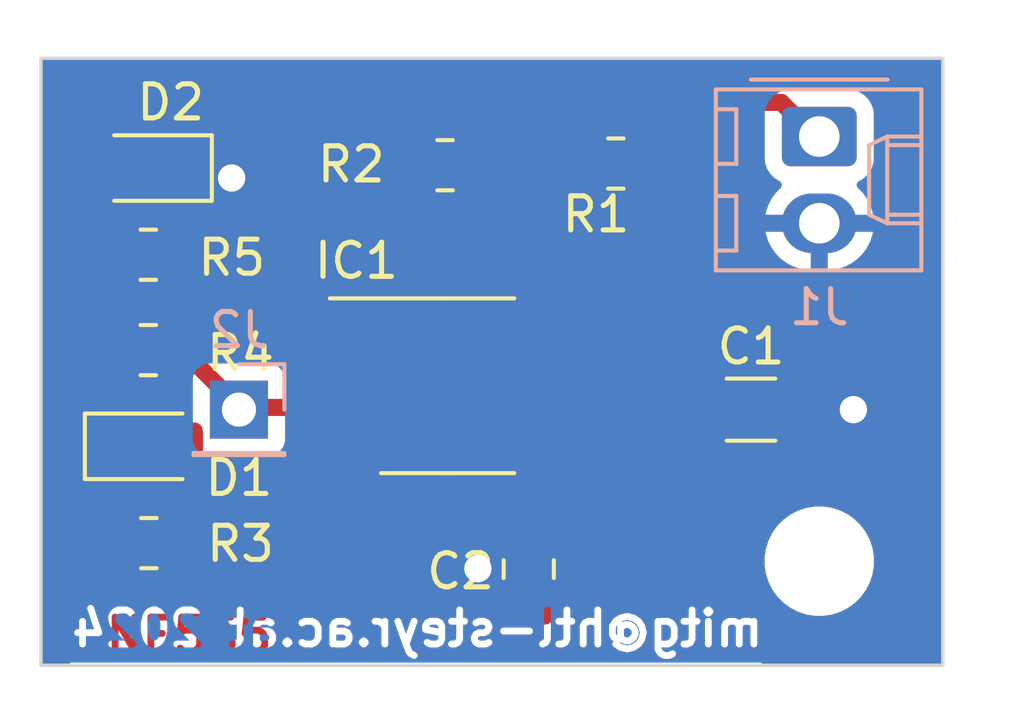
<source format=kicad_pcb>
(kicad_pcb (version 20240108) (generator "pcbnew") (generator_version "8.0")
  (layers (0 "F.Cu" signal) (31 "B.Cu" signal) (34 "B.Paste" user) (35 "F.Paste" user) (36 "B.SilkS" user "B.Silkscreen") (37 "F.SilkS" user "F.Silkscreen") (38 "B.Mask" user) (39 "F.Mask" user) (44 "Edge.Cuts" user))
  (net 0 "")
  (net 1 "Net-(IC1-THR)")
  (net 2 "GNDA")
  (net 3 "Net-(IC1-CV)")
  (net 4 "Net-(D1-K)")
  (net 5 "Net-(D2-A)")
  (net 6 "Net-(IC1-Q)")
  (net 7 "Net-(IC1-R)")
  (net 8 "Net-(IC1-DIS)")
  (net 9 "VDC")
  (footprint "Resistor_SMD:R_0805_2012Metric_Pad1.20x1.40mm_HandSolder" (layer "F.Cu") (at 109.0395 79.7905 180)
    (property "Reference" "R1" (at 0.5815 -1.4895 0) (layer "F.SilkS"))
    (property "Value" "270" (hide yes))
    (fp_line (start -0.227064 0.735) (end 0.227064 0.735) (stroke (width 0.12)) (layer "F.SilkS"))
    (fp_line (start -0.227064 -0.735) (end 0.227064 -0.735) (stroke (width 0.12)) (layer "F.SilkS"))
    (pad "1" smd roundrect (at -1 0 180) (size 1.2 1.4) (layers "F.Cu" "F.Paste" "F.Mask") (roundrect_rratio 0.2083333333) (net 9 "VDC"))
    (pad "2" smd roundrect (at 1 0 180) (size 1.2 1.4) (layers "F.Cu" "F.Paste" "F.Mask") (roundrect_rratio 0.2083333333) (net 8 "Net-(IC1-DIS)"))
  )
  (footprint "Resistor_SMD:R_0805_2012Metric_Pad1.20x1.40mm_HandSolder" (layer "F.Cu") (at 104.0395 79.8405 180)
    (property "Reference" "R2" (at 2.75 0.025 0) (layer "F.SilkS"))
    (property "Value" "120k" (hide yes))
    (fp_line (start -0.227064 0.735) (end 0.227064 0.735) (stroke (width 0.12)) (layer "F.SilkS"))
    (fp_line (start -0.227064 -0.735) (end 0.227064 -0.735) (stroke (width 0.12)) (layer "F.SilkS"))
    (pad "1" smd roundrect (at -1 0 180) (size 1.2 1.4) (layers "F.Cu" "F.Paste" "F.Mask") (roundrect_rratio 0.2083333333) (net 8 "Net-(IC1-DIS)"))
    (pad "2" smd roundrect (at 1 0 180) (size 1.2 1.4) (layers "F.Cu" "F.Paste" "F.Mask") (roundrect_rratio 0.2083333333) (net 1 "Net-(IC1-THR)"))
  )
  (footprint "Package_SO:SOIC-8_3.9x4.9mm_P1.27mm" (layer "F.Cu") (at 104.1145 86.3005)
    (property "Reference" "IC1" (at -2.675 -3.66 0) (layer "F.SilkS"))
    (property "Value" "NE555D" (hide yes))
    (fp_line (start 0 -2.56) (end -3.45 -2.56) (stroke (width 0.12)) (layer "F.SilkS"))
    (fp_line (start 0 -2.56) (end 1.95 -2.56) (stroke (width 0.12)) (layer "F.SilkS"))
    (fp_line (start 0 2.56) (end -1.95 2.56) (stroke (width 0.12)) (layer "F.SilkS"))
    (fp_line (start 0 2.56) (end 1.95 2.56) (stroke (width 0.12)) (layer "F.SilkS"))
    (pad "1" smd roundrect (at -2.475 -1.905) (size 1.95 0.6) (layers "F.Cu" "F.Paste" "F.Mask") (net 2 "GNDA"))
    (pad "2" smd roundrect (at -2.475 -0.635) (size 1.95 0.6) (layers "F.Cu" "F.Paste" "F.Mask") (net 1 "Net-(IC1-THR)"))
    (pad "3" smd roundrect (at -2.475 0.635) (size 1.95 0.6) (layers "F.Cu" "F.Paste" "F.Mask") (net 6 "Net-(IC1-Q)"))
    (pad "4" smd roundrect (at -2.475 1.905) (size 1.95 0.6) (layers "F.Cu" "F.Paste" "F.Mask") (net 7 "Net-(IC1-R)"))
    (pad "5" smd roundrect (at 2.475 1.905) (size 1.95 0.6) (layers "F.Cu" "F.Paste" "F.Mask") (net 3 "Net-(IC1-CV)"))
    (pad "6" smd roundrect (at 2.475 0.635) (size 1.95 0.6) (layers "F.Cu" "F.Paste" "F.Mask") (net 1 "Net-(IC1-THR)"))
    (pad "7" smd roundrect (at 2.475 -0.635) (size 1.95 0.6) (layers "F.Cu" "F.Paste" "F.Mask") (net 8 "Net-(IC1-DIS)"))
    (pad "8" smd roundrect (at 2.475 -1.905) (size 1.95 0.6) (layers "F.Cu" "F.Paste" "F.Mask") (net 9 "VDC"))
  )
  (footprint "Resistor_SMD:R_0805_2012Metric_Pad1.20x1.40mm_HandSolder" (layer "F.Cu") (at 95.3455 85.2565)
    (property "Reference" "R4" (at 2.6985 0.0875 0) (layer "F.SilkS"))
    (property "Value" "270" (hide yes))
    (fp_line (start -0.227064 -0.735) (end 0.227064 -0.735) (stroke (width 0.12)) (layer "F.SilkS"))
    (fp_line (start -0.227064 0.735) (end 0.227064 0.735) (stroke (width 0.12)) (layer "F.SilkS"))
    (pad "1" smd roundrect (at -1 0) (size 1.2 1.4) (layers "F.Cu" "F.Paste" "F.Mask") (roundrect_rratio 0.2083333333) (net 4 "Net-(D1-K)"))
    (pad "2" smd roundrect (at 1 0) (size 1.2 1.4) (layers "F.Cu" "F.Paste" "F.Mask") (roundrect_rratio 0.2083333333) (net 6 "Net-(IC1-Q)"))
  )
  (footprint "LED_SMD:LED_0805_2012Metric_Pad1.15x1.40mm_HandSolder" (layer "F.Cu") (at 95.3455 88.0745)
    (property "Reference" "D1" (at 2.6545 0.9255 0) (layer "F.SilkS"))
    (property "Value" "LED" (hide yes))
    (fp_line (start -1.86 -0.96) (end -1.86 0.96) (stroke (width 0.12)) (layer "F.SilkS"))
    (fp_line (start -1.86 0.96) (end 1 0.96) (stroke (width 0.12)) (layer "F.SilkS"))
    (fp_line (start 1 -0.96) (end -1.86 -0.96) (stroke (width 0.12)) (layer "F.SilkS"))
    (pad "1" smd roundrect (at -1.025 0) (size 1.15 1.4) (layers "F.Cu" "F.Paste" "F.Mask") (roundrect_rratio 0.2173913043) (net 4 "Net-(D1-K)"))
    (pad "2" smd roundrect (at 1.025 0) (size 1.15 1.4) (layers "F.Cu" "F.Paste" "F.Mask") (roundrect_rratio 0.2173913043) (net 9 "VDC"))
  )
  (footprint "Resistor_SMD:R_0805_2012Metric_Pad1.20x1.40mm_HandSolder" (layer "F.Cu") (at 95.3455 82.4625 180)
    (property "Reference" "R5" (at -2.4445 -0.0875 0) (layer "F.SilkS"))
    (property "Value" "270" (hide yes))
    (fp_line (start -0.227064 0.735) (end 0.227064 0.735) (stroke (width 0.12)) (layer "F.SilkS"))
    (fp_line (start -0.227064 -0.735) (end 0.227064 -0.735) (stroke (width 0.12)) (layer "F.SilkS"))
    (pad "1" smd roundrect (at -1 0 180) (size 1.2 1.4) (layers "F.Cu" "F.Paste" "F.Mask") (roundrect_rratio 0.2083333333) (net 6 "Net-(IC1-Q)"))
    (pad "2" smd roundrect (at 1 0 180) (size 1.2 1.4) (layers "F.Cu" "F.Paste" "F.Mask") (roundrect_rratio 0.2083333333) (net 5 "Net-(D2-A)"))
  )
  (footprint "MountingHole:MountingHole_2.7mm_M2.5_DIN965" (layer "F.Cu") (at 115 91.44)
    (property "Reference" "H1" (hide yes))
    (property "Value" "MountingHole")
    (pad "" np_thru_hole circle (at 0 0) (size 2.7 2.7) (drill 2.7) (layers "*.Cu" "*.Mask"))
  )
  (footprint "Capacitor_SMD:C_0805_2012Metric_Pad1.18x1.45mm_HandSolder" (layer "F.Cu") (at 106.4895 91.6725 -90)
    (property "Reference" "C2" (at 0.0625 2 180) (layer "F.SilkS"))
    (property "Value" "10nF" (hide yes))
    (fp_line (start -0.261252 0.735) (end 0.261252 0.735) (stroke (width 0.12)) (layer "F.SilkS"))
    (fp_line (start -0.261252 -0.735) (end 0.261252 -0.735) (stroke (width 0.12)) (layer "F.SilkS"))
    (pad "1" smd roundrect (at -1.0375 0 270) (size 1.175 1.45) (layers "F.Cu" "F.Paste" "F.Mask") (roundrect_rratio 0.2127659574) (net 3 "Net-(IC1-CV)"))
    (pad "2" smd roundrect (at 1.0375 0 270) (size 1.175 1.45) (layers "F.Cu" "F.Paste" "F.Mask") (roundrect_rratio 0.2127659574) (net 2 "GNDA"))
  )
  (footprint "Resistor_SMD:R_0805_2012Metric_Pad1.20x1.40mm_HandSolder" (layer "F.Cu") (at 95.3615 90.9105 180)
    (property "Reference" "R3" (at -2.6825 -0.0215 0) (layer "F.SilkS"))
    (property "Value" "120k" (hide yes))
    (fp_line (start -0.227064 0.735) (end 0.227064 0.735) (stroke (width 0.12)) (layer "F.SilkS"))
    (fp_line (start -0.227064 -0.735) (end 0.227064 -0.735) (stroke (width 0.12)) (layer "F.SilkS"))
    (pad "1" smd roundrect (at -1 0 180) (size 1.2 1.4) (layers "F.Cu" "F.Paste" "F.Mask") (roundrect_rratio 0.2083333333) (net 9 "VDC"))
    (pad "2" smd roundrect (at 1 0 180) (size 1.2 1.4) (layers "F.Cu" "F.Paste" "F.Mask") (roundrect_rratio 0.2083333333) (net 7 "Net-(IC1-R)"))
  )
  (footprint "LED_SMD:LED_0805_2012Metric_Pad1.15x1.40mm_HandSolder" (layer "F.Cu") (at 95.3455 79.9225 180)
    (property "Reference" "D2" (at -0.6545 1.9225 0) (layer "F.SilkS"))
    (property "Value" "LED" (hide yes))
    (fp_line (start 1 -0.96) (end -1.86 -0.96) (stroke (width 0.12)) (layer "F.SilkS"))
    (fp_line (start -1.86 0.96) (end 1 0.96) (stroke (width 0.12)) (layer "F.SilkS"))
    (fp_line (start -1.86 -0.96) (end -1.86 0.96) (stroke (width 0.12)) (layer "F.SilkS"))
    (pad "1" smd roundrect (at -1.025 0 180) (size 1.15 1.4) (layers "F.Cu" "F.Paste" "F.Mask") (roundrect_rratio 0.2173913043) (net 2 "GNDA"))
    (pad "2" smd roundrect (at 1.025 0 180) (size 1.15 1.4) (layers "F.Cu" "F.Paste" "F.Mask") (roundrect_rratio 0.2173913043) (net 5 "Net-(D2-A)"))
  )
  (footprint "Capacitor_SMD:C_1206_3216Metric_Pad1.33x1.80mm_HandSolder" (layer "F.Cu") (at 113 87)
    (property "Reference" "C1" (at 0 -1.85 0) (layer "F.SilkS"))
    (property "Value" "10µF")
    (fp_line (start -0.711252 -0.91) (end 0.711252 -0.91) (stroke (width 0.12)) (layer "F.SilkS"))
    (fp_line (start -0.711252 0.91) (end 0.711252 0.91) (stroke (width 0.12)) (layer "F.SilkS"))
    (pad "1" smd roundrect (at -1.5625 0) (size 1.325 1.8) (layers "F.Cu" "F.Paste" "F.Mask") (roundrect_rratio 0.188679) (net 1 "Net-(IC1-THR)"))
    (pad "2" smd roundrect (at 1.5625 0) (size 1.325 1.8) (layers "F.Cu" "F.Paste" "F.Mask") (roundrect_rratio 0.188679) (net 2 "GNDA"))
  )
  (footprint "Connector_Molex:Molex_KK-254_AE-6410-02A_1x02_P2.54mm_Vertical" (layer "B.Cu") (at 115 79 -90)
    (property "Reference" "J1" (at 5 0 180) (layer "B.SilkS") (effects (justify mirror)))
    (property "Value" "Conn_01x02_Pin" (hide yes))
    (fp_line (start -1.38 3.03) (end 3.92 3.03) (stroke (width 0.12)) (layer "B.SilkS"))
    (fp_line (start 0.8 3.03) (end 0.8 2.43) (stroke (width 0.12)) (layer "B.SilkS"))
    (fp_line (start 3.34 3.03) (end 3.34 2.43) (stroke (width 0.12)) (layer "B.SilkS"))
    (fp_line (start 3.92 3.03) (end 3.92 -2.99) (stroke (width 0.12)) (layer "B.SilkS"))
    (fp_line (start -0.8 2.43) (end -0.8 3.03) (stroke (width 0.12)) (layer "B.SilkS"))
    (fp_line (start 0.8 2.43) (end -0.8 2.43) (stroke (width 0.12)) (layer "B.SilkS"))
    (fp_line (start 1.74 2.43) (end 1.74 3.03) (stroke (width 0.12)) (layer "B.SilkS"))
    (fp_line (start 3.34 2.43) (end 1.74 2.43) (stroke (width 0.12)) (layer "B.SilkS"))
    (fp_line (start 0.25 -1.46) (end 0 -1.99) (stroke (width 0.12)) (layer "B.SilkS"))
    (fp_line (start 2.29 -1.46) (end 0.25 -1.46) (stroke (width 0.12)) (layer "B.SilkS"))
    (fp_line (start 0 -1.99) (end 0 -2.99) (stroke (width 0.12)) (layer "B.SilkS"))
    (fp_line (start 0.25 -1.99) (end 0.25 -2.99) (stroke (width 0.12)) (layer "B.SilkS"))
    (fp_line (start 2.29 -1.99) (end 2.29 -2.99) (stroke (width 0.12)) (layer "B.SilkS"))
    (fp_line (start 2.54 -1.99) (end 2.29 -1.46) (stroke (width 0.12)) (layer "B.SilkS"))
    (fp_line (start 2.54 -1.99) (end 0 -1.99) (stroke (width 0.12)) (layer "B.SilkS"))
    (fp_line (start -1.67 -2) (end -1.67 2) (stroke (width 0.12)) (layer "B.SilkS"))
    (fp_line (start -1.38 -2.99) (end -1.38 3.03) (stroke (width 0.12)) (layer "B.SilkS"))
    (fp_line (start 2.54 -2.99) (end 2.54 -1.99) (stroke (width 0.12)) (layer "B.SilkS"))
    (fp_line (start 3.92 -2.99) (end -1.38 -2.99) (stroke (width 0.12)) (layer "B.SilkS"))
    (pad "1" thru_hole roundrect (at 0 0 270) (size 1.74 2.19) (drill 1.19) (layers "*.Cu" "*.Mask") (roundrect_rratio 0.1436781609) (net 9 "VDC"))
    (pad "2" thru_hole oval (at 2.54 0 270) (size 1.74 2.19) (drill 1.19) (layers "*.Cu" "*.Mask") (net 2 "GNDA"))
  )
  (footprint "Connector_PinHeader_2.54mm:PinHeader_1x01_P2.54mm_Vertical" (layer "B.Cu") (at 98 87 180)
    (property "Reference" "J2" (at 0 2.33 180) (layer "B.SilkS") (effects (justify mirror)))
    (property "Value" "Conn_01x01_Pin")
    (fp_line (start 1.33 -1.27) (end -1.33 -1.27) (stroke (width 0.12)) (layer "B.SilkS"))
    (fp_line (start 1.33 -1.33) (end 1.33 -1.27) (stroke (width 0.12)) (layer "B.SilkS"))
    (fp_line (start 1.33 -1.33) (end -1.33 -1.33) (stroke (width 0.12)) (layer "B.SilkS"))
    (fp_line (start 0 1.33) (end -1.33 1.33) (stroke (width 0.12)) (layer "B.SilkS"))
    (fp_line (start -1.33 1.33) (end -1.33 0) (stroke (width 0.12)) (layer "B.SilkS"))
    (fp_line (start -1.33 -1.33) (end -1.33 -1.27) (stroke (width 0.12)) (layer "B.SilkS"))
    (pad "1" thru_hole rect (at 0 0 180) (size 1.7 1.7) (drill 1) (layers "*.Cu" "*.Mask") (net 6 "Net-(IC1-Q)"))
  )
  (gr_line (start 118.618 94.488) (end 92.202 94.488) (stroke (width 0.1)) (layer "Edge.Cuts"))
  (gr_line (start 92.202 76.708) (end 118.618 76.708) (stroke (width 0.1)) (layer "Edge.Cuts"))
  (gr_line (start 92.202 94.488) (end 92.202 76.708) (stroke (width 0.1)) (layer "Edge.Cuts"))
  (gr_line (start 118.618 76.708) (end 118.618 94.488) (stroke (width 0.1)) (layer "Edge.Cuts"))
  (gr_text "NE555\n" (at 94.0035 94.2125 0) (layer "F.Cu") (effects (font (size 1 1) (thickness 0.2) (bold yes)) (justify left bottom)))
  (gr_text "mitg@htl-steyr.ac.at 2024\n" (at 93 94 0) (layer "B.Cu" knockout) (effects (font (size 1 1) (thickness 0.2) (bold yes)) (justify right bottom mirror)))
  (segment (start 111.328 86.8905) (end 106.6345 86.8905) (width 0.5) (layer "F.Cu") (net 1))
  (segment (start 103.0395 79.8405) (end 103.378 80.179) (width 0.5) (layer "F.Cu") (net 1))
  (segment (start 101.6395 85.6655) (end 103.124 85.6655) (width 0.5) (layer "F.Cu") (net 1))
  (segment (start 103.378 80.179) (end 103.378 85.6655) (width 0.5) (layer "F.Cu") (net 1))
  (segment (start 106.6345 86.8905) (end 106.5895 86.9355) (width 0.5) (layer "F.Cu") (net 1))
  (segment (start 104.7155 86.9355) (end 106.5895 86.9355) (width 0.5) (layer "F.Cu") (net 1))
  (segment (start 111.4375 87) (end 111.328 86.8905) (width 0.5) (layer "F.Cu") (net 1))
  (segment (start 103.378 85.6655) (end 103.124 85.6655) (width 0.5) (layer "F.Cu") (net 1))
  (segment (start 103.124 85.6655) (end 103.4455 85.6655) (width 0.5) (layer "F.Cu") (net 1))
  (segment (start 103.4455 85.6655) (end 104.7155 86.9355) (width 0.5) (layer "F.Cu") (net 1))
  (segment (start 106.052669 92.71) (end 106.4895 92.71) (width 0.5) (layer "F.Cu") (net 2))
  (segment (start 97.5595 79.9885) (end 96.4365 79.9885) (width 0.5) (layer "F.Cu") (net 2))
  (segment (start 105 91.657331) (end 106.052669 92.71) (width 0.5) (layer "F.Cu") (net 2))
  (segment (start 114.5625 87) (end 116 87) (width 0.5) (layer "F.Cu") (net 2))
  (segment (start 98.8295 81.2585) (end 97.5595 79.9885) (width 0.5) (layer "F.Cu") (net 2))
  (segment (start 97.7855 80.2145) (end 98.8295 81.2585) (width 0.5) (layer "F.Cu") (net 2))
  (segment (start 101.6395 84.3955) (end 100.1885 84.3955) (width 0.5) (layer "F.Cu") (net 2))
  (segment (start 98.8295 81.7665) (end 98.8295 83.0365) (width 0.5) (layer "F.Cu") (net 2))
  (segment (start 100.1885 84.3955) (end 98.8295 83.0365) (width 0.5) (layer "F.Cu") (net 2))
  (segment (start 98.8295 81.7665) (end 98.8295 81.2585) (width 0.5) (layer "F.Cu") (net 2))
  (via (at 97.7855 80.2145) (size 1.5) (drill 0.8) (layers "F.Cu" "B.Cu") (net 2))
  (via (at 116 87) (size 1.5) (drill 0.8) (layers "F.Cu" "B.Cu") (net 2))
  (via (at 105 91.657331) (size 1.5) (drill 0.8) (layers "F.Cu" "B.Cu") (net 2))
  (segment (start 106.4895 88.3055) (end 106.5895 88.2055) (width 0.5) (layer "F.Cu") (net 3))
  (segment (start 106.4895 90.635) (end 106.4895 88.3055) (width 0.5) (layer "F.Cu") (net 3))
  (segment (start 94.3455 85.2565) (end 94.3455 88.0495) (width 0.5) (layer "F.Cu") (net 4))
  (segment (start 94.3455 88.0495) (end 94.3205 88.0745) (width 0.5) (layer "F.Cu") (net 4))
  (segment (start 94.3455 79.9475) (end 94.3205 79.9225) (width 0.5) (layer "F.Cu") (net 5))
  (segment (start 94.3455 82.4625) (end 94.3455 79.9475) (width 0.5) (layer "F.Cu") (net 5))
  (segment (start 96.3455 85.2565) (end 96.3455 82.4625) (width 0.5) (layer "F.Cu") (net 6))
  (segment (start 96.3455 85.2565) (end 98.0245 86.9355) (width 0.5) (layer "F.Cu") (net 6))
  (segment (start 98.0245 86.9355) (end 101.6395 86.9355) (width 0.5) (layer "F.Cu") (net 6))
  (segment (start 96.634378 92.4345) (end 95.8855 92.4345) (width 0.5) (layer "F.Cu") (net 7))
  (segment (start 101.6395 88.2055) (end 99.7945 88.2055) (width 0.5) (layer "F.Cu") (net 7))
  (segment (start 99.7945 88.2055) (end 98 90) (width 0.5) (layer "F.Cu") (net 7))
  (segment (start 98 91.068878) (end 96.634378 92.4345) (width 0.5) (layer "F.Cu") (net 7))
  (segment (start 98 90) (end 98 91.068878) (width 0.5) (layer "F.Cu") (net 7))
  (segment (start 95.8855 92.4345) (end 94.3615 90.9105) (width 0.5) (layer "F.Cu") (net 7))
  (segment (start 104.648 80.232) (end 105.0395 79.8405) (width 0.5) (layer "F.Cu") (net 8))
  (segment (start 106.5895 85.6655) (end 105.615 85.6655) (width 0.5) (layer "F.Cu") (net 8))
  (segment (start 108.0395 79.7905) (end 105.0895 79.7905) (width 0.5) (layer "F.Cu") (net 8))
  (segment (start 105.615 85.6655) (end 104.648 84.6985) (width 0.5) (layer "F.Cu") (net 8))
  (segment (start 104.648 84.6985) (end 104.648 80.232) (width 0.5) (layer "F.Cu") (net 8))
  (segment (start 105.0895 79.7905) (end 105.0395 79.8405) (width 0.5) (layer "F.Cu") (net 8))
  (segment (start 106.5895 84.3955) (end 108.6465 84.3955) (width 0.5) (layer "F.Cu") (net 9))
  (segment (start 96.3705 90.9015) (end 96.3615 90.9105) (width 0.5) (layer "F.Cu") (net 9))
  (segment (start 110 78) (end 94.471122 78) (width 0.5) (layer "F.Cu") (net 9))
  (segment (start 110.0395 79.2605) (end 110.0395 79.7905) (width 0.5) (layer "F.Cu") (net 9))
  (segment (start 108.6465 84.3955) (end 110.0395 83.0025) (width 0.5) (layer "F.Cu") (net 9))
  (segment (start 110 79.751) (end 110.0395 79.7905) (width 0.5) (layer "F.Cu") (net 9))
  (segment (start 96.3705 88.0745) (end 96.3705 90.9015) (width 0.5) (layer "F.Cu") (net 9))
  (segment (start 93.0595 89.2045) (end 93.2415 89.3865) (width 0.5) (layer "F.Cu") (net 9))
  (segment (start 114.8895 79) (end 113.8895 78) (width 0.5) (layer "F.Cu") (net 9))
  (segment (start 113.8895 78) (end 110 78) (width 0.5) (layer "F.Cu") (net 9))
  (segment (start 110.0395 83.0025) (end 110.0395 79.7905) (width 0.5) (layer "F.Cu") (net 9))
  (segment (start 93.0595 79.411622) (end 93.0595 89.2045) (width 0.5) (layer "F.Cu") (net 9))
  (segment (start 94.471122 78) (end 93.0595 79.411622) (width 0.5) (layer "F.Cu") (net 9))
  (segment (start 93.2415 89.3865) (end 96.3705 89.3865) (width 0.5) (layer "F.Cu") (net 9))
  (segment (start 110 78) (end 110 79.751) (width 0.5) (layer "F.Cu") (net 9))
  (zone (net 2) (net_name "GNDA") (layer "B.Cu") (connect_pads (clearance 0.5)) (min_thickness 0.25) (fill yes (thermal_gap 0.5) (thermal_bridge_width 0.5))
    (polygon (pts (xy 91 75) (xy 91 96) (xy 121 96) (xy 121 75)))
  )
)
</source>
